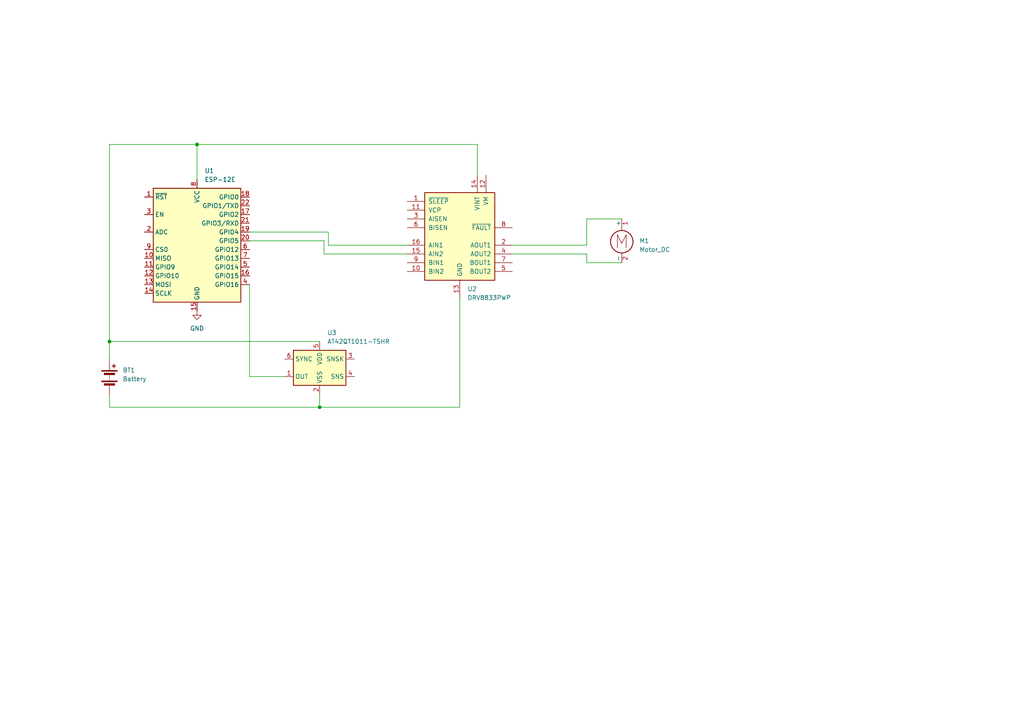
<source format=kicad_sch>
(kicad_sch
	(version 20231120)
	(generator "eeschema")
	(generator_version "8.0")
	(uuid "b69d3636-a641-44ba-8445-33127e590087")
	(paper "A4")
	(lib_symbols
		(symbol "Device:Battery"
			(pin_numbers hide)
			(pin_names
				(offset 0) hide)
			(exclude_from_sim no)
			(in_bom yes)
			(on_board yes)
			(property "Reference" "BT"
				(at 2.54 2.54 0)
				(effects
					(font
						(size 1.27 1.27)
					)
					(justify left)
				)
			)
			(property "Value" "Battery"
				(at 2.54 0 0)
				(effects
					(font
						(size 1.27 1.27)
					)
					(justify left)
				)
			)
			(property "Footprint" ""
				(at 0 1.524 90)
				(effects
					(font
						(size 1.27 1.27)
					)
					(hide yes)
				)
			)
			(property "Datasheet" "~"
				(at 0 1.524 90)
				(effects
					(font
						(size 1.27 1.27)
					)
					(hide yes)
				)
			)
			(property "Description" "Multiple-cell battery"
				(at 0 0 0)
				(effects
					(font
						(size 1.27 1.27)
					)
					(hide yes)
				)
			)
			(property "ki_keywords" "batt voltage-source cell"
				(at 0 0 0)
				(effects
					(font
						(size 1.27 1.27)
					)
					(hide yes)
				)
			)
			(symbol "Battery_0_1"
				(rectangle
					(start -2.286 -1.27)
					(end 2.286 -1.524)
					(stroke
						(width 0)
						(type default)
					)
					(fill
						(type outline)
					)
				)
				(rectangle
					(start -2.286 1.778)
					(end 2.286 1.524)
					(stroke
						(width 0)
						(type default)
					)
					(fill
						(type outline)
					)
				)
				(rectangle
					(start -1.524 -2.032)
					(end 1.524 -2.54)
					(stroke
						(width 0)
						(type default)
					)
					(fill
						(type outline)
					)
				)
				(rectangle
					(start -1.524 1.016)
					(end 1.524 0.508)
					(stroke
						(width 0)
						(type default)
					)
					(fill
						(type outline)
					)
				)
				(polyline
					(pts
						(xy 0 -1.016) (xy 0 -0.762)
					)
					(stroke
						(width 0)
						(type default)
					)
					(fill
						(type none)
					)
				)
				(polyline
					(pts
						(xy 0 -0.508) (xy 0 -0.254)
					)
					(stroke
						(width 0)
						(type default)
					)
					(fill
						(type none)
					)
				)
				(polyline
					(pts
						(xy 0 0) (xy 0 0.254)
					)
					(stroke
						(width 0)
						(type default)
					)
					(fill
						(type none)
					)
				)
				(polyline
					(pts
						(xy 0 1.778) (xy 0 2.54)
					)
					(stroke
						(width 0)
						(type default)
					)
					(fill
						(type none)
					)
				)
				(polyline
					(pts
						(xy 0.762 3.048) (xy 1.778 3.048)
					)
					(stroke
						(width 0.254)
						(type default)
					)
					(fill
						(type none)
					)
				)
				(polyline
					(pts
						(xy 1.27 3.556) (xy 1.27 2.54)
					)
					(stroke
						(width 0.254)
						(type default)
					)
					(fill
						(type none)
					)
				)
			)
			(symbol "Battery_1_1"
				(pin passive line
					(at 0 5.08 270)
					(length 2.54)
					(name "+"
						(effects
							(font
								(size 1.27 1.27)
							)
						)
					)
					(number "1"
						(effects
							(font
								(size 1.27 1.27)
							)
						)
					)
				)
				(pin passive line
					(at 0 -5.08 90)
					(length 2.54)
					(name "-"
						(effects
							(font
								(size 1.27 1.27)
							)
						)
					)
					(number "2"
						(effects
							(font
								(size 1.27 1.27)
							)
						)
					)
				)
			)
		)
		(symbol "Driver_Motor:DRV8833PWP"
			(pin_names
				(offset 1.016)
			)
			(exclude_from_sim no)
			(in_bom yes)
			(on_board yes)
			(property "Reference" "U"
				(at -3.81 16.51 0)
				(effects
					(font
						(size 1.27 1.27)
					)
				)
			)
			(property "Value" "DRV8833PWP"
				(at -3.81 13.97 0)
				(effects
					(font
						(size 1.27 1.27)
					)
				)
			)
			(property "Footprint" "Package_SO:HTSSOP-16-1EP_4.4x5mm_P0.65mm_EP3.4x5mm_Mask2.46x2.31mm_ThermalVias"
				(at 5.08 -15.24 0)
				(effects
					(font
						(size 1.27 1.27)
					)
					(justify left)
					(hide yes)
				)
			)
			(property "Datasheet" "http://www.ti.com/lit/ds/symlink/drv8833.pdf"
				(at 5.08 -17.78 0)
				(effects
					(font
						(size 1.27 1.27)
					)
					(justify left)
					(hide yes)
				)
			)
			(property "Description" "Dual H-Bridge Motor Driver, HTSSOP-16"
				(at 0 0 0)
				(effects
					(font
						(size 1.27 1.27)
					)
					(hide yes)
				)
			)
			(property "ki_keywords" "H-bridge motor driver"
				(at 0 0 0)
				(effects
					(font
						(size 1.27 1.27)
					)
					(hide yes)
				)
			)
			(property "ki_fp_filters" "HTSSOP-16-1EP*4.4x5mm*P0.65mm*"
				(at 0 0 0)
				(effects
					(font
						(size 1.27 1.27)
					)
					(hide yes)
				)
			)
			(symbol "DRV8833PWP_0_1"
				(rectangle
					(start -10.16 12.7)
					(end 10.16 -12.7)
					(stroke
						(width 0.254)
						(type default)
					)
					(fill
						(type background)
					)
				)
			)
			(symbol "DRV8833PWP_1_1"
				(pin input line
					(at -15.24 10.16 0)
					(length 5.08)
					(name "~{SLEEP}"
						(effects
							(font
								(size 1.27 1.27)
							)
						)
					)
					(number "1"
						(effects
							(font
								(size 1.27 1.27)
							)
						)
					)
				)
				(pin input line
					(at -15.24 -10.16 0)
					(length 5.08)
					(name "BIN2"
						(effects
							(font
								(size 1.27 1.27)
							)
						)
					)
					(number "10"
						(effects
							(font
								(size 1.27 1.27)
							)
						)
					)
				)
				(pin bidirectional line
					(at -15.24 7.62 0)
					(length 5.08)
					(name "VCP"
						(effects
							(font
								(size 1.27 1.27)
							)
						)
					)
					(number "11"
						(effects
							(font
								(size 1.27 1.27)
							)
						)
					)
				)
				(pin power_in line
					(at 7.62 17.78 270)
					(length 5.08)
					(name "VM"
						(effects
							(font
								(size 1.27 1.27)
							)
						)
					)
					(number "12"
						(effects
							(font
								(size 1.27 1.27)
							)
						)
					)
				)
				(pin power_in line
					(at 0 -17.78 90)
					(length 5.08)
					(name "GND"
						(effects
							(font
								(size 1.27 1.27)
							)
						)
					)
					(number "13"
						(effects
							(font
								(size 1.27 1.27)
							)
						)
					)
				)
				(pin power_in line
					(at 5.08 17.78 270)
					(length 5.08)
					(name "VINT"
						(effects
							(font
								(size 1.27 1.27)
							)
						)
					)
					(number "14"
						(effects
							(font
								(size 1.27 1.27)
							)
						)
					)
				)
				(pin input line
					(at -15.24 -5.08 0)
					(length 5.08)
					(name "AIN2"
						(effects
							(font
								(size 1.27 1.27)
							)
						)
					)
					(number "15"
						(effects
							(font
								(size 1.27 1.27)
							)
						)
					)
				)
				(pin input line
					(at -15.24 -2.54 0)
					(length 5.08)
					(name "AIN1"
						(effects
							(font
								(size 1.27 1.27)
							)
						)
					)
					(number "16"
						(effects
							(font
								(size 1.27 1.27)
							)
						)
					)
				)
				(pin passive line
					(at 0 -17.78 90)
					(length 5.08) hide
					(name "GND"
						(effects
							(font
								(size 1.27 1.27)
							)
						)
					)
					(number "17"
						(effects
							(font
								(size 1.27 1.27)
							)
						)
					)
				)
				(pin power_out line
					(at 15.24 -2.54 180)
					(length 5.08)
					(name "AOUT1"
						(effects
							(font
								(size 1.27 1.27)
							)
						)
					)
					(number "2"
						(effects
							(font
								(size 1.27 1.27)
							)
						)
					)
				)
				(pin bidirectional line
					(at -15.24 5.08 0)
					(length 5.08)
					(name "AISEN"
						(effects
							(font
								(size 1.27 1.27)
							)
						)
					)
					(number "3"
						(effects
							(font
								(size 1.27 1.27)
							)
						)
					)
				)
				(pin power_out line
					(at 15.24 -5.08 180)
					(length 5.08)
					(name "AOUT2"
						(effects
							(font
								(size 1.27 1.27)
							)
						)
					)
					(number "4"
						(effects
							(font
								(size 1.27 1.27)
							)
						)
					)
				)
				(pin power_out line
					(at 15.24 -10.16 180)
					(length 5.08)
					(name "BOUT2"
						(effects
							(font
								(size 1.27 1.27)
							)
						)
					)
					(number "5"
						(effects
							(font
								(size 1.27 1.27)
							)
						)
					)
				)
				(pin bidirectional line
					(at -15.24 2.54 0)
					(length 5.08)
					(name "BISEN"
						(effects
							(font
								(size 1.27 1.27)
							)
						)
					)
					(number "6"
						(effects
							(font
								(size 1.27 1.27)
							)
						)
					)
				)
				(pin power_out line
					(at 15.24 -7.62 180)
					(length 5.08)
					(name "BOUT1"
						(effects
							(font
								(size 1.27 1.27)
							)
						)
					)
					(number "7"
						(effects
							(font
								(size 1.27 1.27)
							)
						)
					)
				)
				(pin open_collector line
					(at 15.24 2.54 180)
					(length 5.08)
					(name "~{FAULT}"
						(effects
							(font
								(size 1.27 1.27)
							)
						)
					)
					(number "8"
						(effects
							(font
								(size 1.27 1.27)
							)
						)
					)
				)
				(pin input line
					(at -15.24 -7.62 0)
					(length 5.08)
					(name "BIN1"
						(effects
							(font
								(size 1.27 1.27)
							)
						)
					)
					(number "9"
						(effects
							(font
								(size 1.27 1.27)
							)
						)
					)
				)
			)
		)
		(symbol "Motor:Motor_DC"
			(pin_names
				(offset 0)
			)
			(exclude_from_sim no)
			(in_bom yes)
			(on_board yes)
			(property "Reference" "M"
				(at 2.54 2.54 0)
				(effects
					(font
						(size 1.27 1.27)
					)
					(justify left)
				)
			)
			(property "Value" "Motor_DC"
				(at 2.54 -5.08 0)
				(effects
					(font
						(size 1.27 1.27)
					)
					(justify left top)
				)
			)
			(property "Footprint" ""
				(at 0 -2.286 0)
				(effects
					(font
						(size 1.27 1.27)
					)
					(hide yes)
				)
			)
			(property "Datasheet" "~"
				(at 0 -2.286 0)
				(effects
					(font
						(size 1.27 1.27)
					)
					(hide yes)
				)
			)
			(property "Description" "DC Motor"
				(at 0 0 0)
				(effects
					(font
						(size 1.27 1.27)
					)
					(hide yes)
				)
			)
			(property "ki_keywords" "DC Motor"
				(at 0 0 0)
				(effects
					(font
						(size 1.27 1.27)
					)
					(hide yes)
				)
			)
			(property "ki_fp_filters" "PinHeader*P2.54mm* TerminalBlock*"
				(at 0 0 0)
				(effects
					(font
						(size 1.27 1.27)
					)
					(hide yes)
				)
			)
			(symbol "Motor_DC_0_0"
				(polyline
					(pts
						(xy -1.27 -3.302) (xy -1.27 0.508) (xy 0 -2.032) (xy 1.27 0.508) (xy 1.27 -3.302)
					)
					(stroke
						(width 0)
						(type default)
					)
					(fill
						(type none)
					)
				)
			)
			(symbol "Motor_DC_0_1"
				(circle
					(center 0 -1.524)
					(radius 3.2512)
					(stroke
						(width 0.254)
						(type default)
					)
					(fill
						(type none)
					)
				)
				(polyline
					(pts
						(xy 0 -7.62) (xy 0 -7.112)
					)
					(stroke
						(width 0)
						(type default)
					)
					(fill
						(type none)
					)
				)
				(polyline
					(pts
						(xy 0 -4.7752) (xy 0 -5.1816)
					)
					(stroke
						(width 0)
						(type default)
					)
					(fill
						(type none)
					)
				)
				(polyline
					(pts
						(xy 0 1.7272) (xy 0 2.0828)
					)
					(stroke
						(width 0)
						(type default)
					)
					(fill
						(type none)
					)
				)
				(polyline
					(pts
						(xy 0 2.032) (xy 0 2.54)
					)
					(stroke
						(width 0)
						(type default)
					)
					(fill
						(type none)
					)
				)
			)
			(symbol "Motor_DC_1_1"
				(pin passive line
					(at 0 5.08 270)
					(length 2.54)
					(name "+"
						(effects
							(font
								(size 1.27 1.27)
							)
						)
					)
					(number "1"
						(effects
							(font
								(size 1.27 1.27)
							)
						)
					)
				)
				(pin passive line
					(at 0 -7.62 90)
					(length 2.54)
					(name "-"
						(effects
							(font
								(size 1.27 1.27)
							)
						)
					)
					(number "2"
						(effects
							(font
								(size 1.27 1.27)
							)
						)
					)
				)
			)
		)
		(symbol "RF_Module:ESP-12E"
			(exclude_from_sim no)
			(in_bom yes)
			(on_board yes)
			(property "Reference" "U"
				(at -12.7 19.05 0)
				(effects
					(font
						(size 1.27 1.27)
					)
					(justify left)
				)
			)
			(property "Value" "ESP-12E"
				(at 12.7 19.05 0)
				(effects
					(font
						(size 1.27 1.27)
					)
					(justify right)
				)
			)
			(property "Footprint" "RF_Module:ESP-12E"
				(at 0 0 0)
				(effects
					(font
						(size 1.27 1.27)
					)
					(hide yes)
				)
			)
			(property "Datasheet" "http://wiki.ai-thinker.com/_media/esp8266/esp8266_series_modules_user_manual_v1.1.pdf"
				(at -8.89 2.54 0)
				(effects
					(font
						(size 1.27 1.27)
					)
					(hide yes)
				)
			)
			(property "Description" "802.11 b/g/n Wi-Fi Module"
				(at 0 0 0)
				(effects
					(font
						(size 1.27 1.27)
					)
					(hide yes)
				)
			)
			(property "ki_keywords" "802.11 Wi-Fi"
				(at 0 0 0)
				(effects
					(font
						(size 1.27 1.27)
					)
					(hide yes)
				)
			)
			(property "ki_fp_filters" "ESP?12*"
				(at 0 0 0)
				(effects
					(font
						(size 1.27 1.27)
					)
					(hide yes)
				)
			)
			(symbol "ESP-12E_0_1"
				(rectangle
					(start -12.7 17.78)
					(end 12.7 -15.24)
					(stroke
						(width 0.254)
						(type default)
					)
					(fill
						(type background)
					)
				)
			)
			(symbol "ESP-12E_1_1"
				(pin input line
					(at -15.24 15.24 0)
					(length 2.54)
					(name "~{RST}"
						(effects
							(font
								(size 1.27 1.27)
							)
						)
					)
					(number "1"
						(effects
							(font
								(size 1.27 1.27)
							)
						)
					)
				)
				(pin bidirectional line
					(at -15.24 -2.54 0)
					(length 2.54)
					(name "MISO"
						(effects
							(font
								(size 1.27 1.27)
							)
						)
					)
					(number "10"
						(effects
							(font
								(size 1.27 1.27)
							)
						)
					)
				)
				(pin bidirectional line
					(at -15.24 -5.08 0)
					(length 2.54)
					(name "GPIO9"
						(effects
							(font
								(size 1.27 1.27)
							)
						)
					)
					(number "11"
						(effects
							(font
								(size 1.27 1.27)
							)
						)
					)
				)
				(pin bidirectional line
					(at -15.24 -7.62 0)
					(length 2.54)
					(name "GPIO10"
						(effects
							(font
								(size 1.27 1.27)
							)
						)
					)
					(number "12"
						(effects
							(font
								(size 1.27 1.27)
							)
						)
					)
				)
				(pin bidirectional line
					(at -15.24 -10.16 0)
					(length 2.54)
					(name "MOSI"
						(effects
							(font
								(size 1.27 1.27)
							)
						)
					)
					(number "13"
						(effects
							(font
								(size 1.27 1.27)
							)
						)
					)
				)
				(pin bidirectional line
					(at -15.24 -12.7 0)
					(length 2.54)
					(name "SCLK"
						(effects
							(font
								(size 1.27 1.27)
							)
						)
					)
					(number "14"
						(effects
							(font
								(size 1.27 1.27)
							)
						)
					)
				)
				(pin power_in line
					(at 0 -17.78 90)
					(length 2.54)
					(name "GND"
						(effects
							(font
								(size 1.27 1.27)
							)
						)
					)
					(number "15"
						(effects
							(font
								(size 1.27 1.27)
							)
						)
					)
				)
				(pin bidirectional line
					(at 15.24 -7.62 180)
					(length 2.54)
					(name "GPIO15"
						(effects
							(font
								(size 1.27 1.27)
							)
						)
					)
					(number "16"
						(effects
							(font
								(size 1.27 1.27)
							)
						)
					)
				)
				(pin bidirectional line
					(at 15.24 10.16 180)
					(length 2.54)
					(name "GPIO2"
						(effects
							(font
								(size 1.27 1.27)
							)
						)
					)
					(number "17"
						(effects
							(font
								(size 1.27 1.27)
							)
						)
					)
				)
				(pin bidirectional line
					(at 15.24 15.24 180)
					(length 2.54)
					(name "GPIO0"
						(effects
							(font
								(size 1.27 1.27)
							)
						)
					)
					(number "18"
						(effects
							(font
								(size 1.27 1.27)
							)
						)
					)
				)
				(pin bidirectional line
					(at 15.24 5.08 180)
					(length 2.54)
					(name "GPIO4"
						(effects
							(font
								(size 1.27 1.27)
							)
						)
					)
					(number "19"
						(effects
							(font
								(size 1.27 1.27)
							)
						)
					)
				)
				(pin input line
					(at -15.24 5.08 0)
					(length 2.54)
					(name "ADC"
						(effects
							(font
								(size 1.27 1.27)
							)
						)
					)
					(number "2"
						(effects
							(font
								(size 1.27 1.27)
							)
						)
					)
				)
				(pin bidirectional line
					(at 15.24 2.54 180)
					(length 2.54)
					(name "GPIO5"
						(effects
							(font
								(size 1.27 1.27)
							)
						)
					)
					(number "20"
						(effects
							(font
								(size 1.27 1.27)
							)
						)
					)
				)
				(pin bidirectional line
					(at 15.24 7.62 180)
					(length 2.54)
					(name "GPIO3/RXD"
						(effects
							(font
								(size 1.27 1.27)
							)
						)
					)
					(number "21"
						(effects
							(font
								(size 1.27 1.27)
							)
						)
					)
				)
				(pin bidirectional line
					(at 15.24 12.7 180)
					(length 2.54)
					(name "GPIO1/TXD"
						(effects
							(font
								(size 1.27 1.27)
							)
						)
					)
					(number "22"
						(effects
							(font
								(size 1.27 1.27)
							)
						)
					)
				)
				(pin input line
					(at -15.24 10.16 0)
					(length 2.54)
					(name "EN"
						(effects
							(font
								(size 1.27 1.27)
							)
						)
					)
					(number "3"
						(effects
							(font
								(size 1.27 1.27)
							)
						)
					)
				)
				(pin bidirectional line
					(at 15.24 -10.16 180)
					(length 2.54)
					(name "GPIO16"
						(effects
							(font
								(size 1.27 1.27)
							)
						)
					)
					(number "4"
						(effects
							(font
								(size 1.27 1.27)
							)
						)
					)
				)
				(pin bidirectional line
					(at 15.24 -5.08 180)
					(length 2.54)
					(name "GPIO14"
						(effects
							(font
								(size 1.27 1.27)
							)
						)
					)
					(number "5"
						(effects
							(font
								(size 1.27 1.27)
							)
						)
					)
				)
				(pin bidirectional line
					(at 15.24 0 180)
					(length 2.54)
					(name "GPIO12"
						(effects
							(font
								(size 1.27 1.27)
							)
						)
					)
					(number "6"
						(effects
							(font
								(size 1.27 1.27)
							)
						)
					)
				)
				(pin bidirectional line
					(at 15.24 -2.54 180)
					(length 2.54)
					(name "GPIO13"
						(effects
							(font
								(size 1.27 1.27)
							)
						)
					)
					(number "7"
						(effects
							(font
								(size 1.27 1.27)
							)
						)
					)
				)
				(pin power_in line
					(at 0 20.32 270)
					(length 2.54)
					(name "VCC"
						(effects
							(font
								(size 1.27 1.27)
							)
						)
					)
					(number "8"
						(effects
							(font
								(size 1.27 1.27)
							)
						)
					)
				)
				(pin input line
					(at -15.24 0 0)
					(length 2.54)
					(name "CS0"
						(effects
							(font
								(size 1.27 1.27)
							)
						)
					)
					(number "9"
						(effects
							(font
								(size 1.27 1.27)
							)
						)
					)
				)
			)
		)
		(symbol "Sensor_Touch:AT42QT1011-TSHR"
			(exclude_from_sim no)
			(in_bom yes)
			(on_board yes)
			(property "Reference" "U"
				(at -2.54 8.255 0)
				(effects
					(font
						(size 1.27 1.27)
					)
					(justify right)
				)
			)
			(property "Value" "AT42QT1011-TSHR"
				(at -2.54 6.35 0)
				(effects
					(font
						(size 1.27 1.27)
					)
					(justify right)
				)
			)
			(property "Footprint" "Package_TO_SOT_SMD:SOT-23-6"
				(at 1.27 -6.35 0)
				(effects
					(font
						(size 1.27 1.27)
					)
					(justify left)
					(hide yes)
				)
			)
			(property "Datasheet" "http://ww1.microchip.com/downloads/en/DeviceDoc/40001947A.pdf"
				(at 6.858 13.97 0)
				(effects
					(font
						(size 1.27 1.27)
					)
					(hide yes)
				)
			)
			(property "Description" "Single-key Touch Sensor, SOT-23-6"
				(at 0 0 0)
				(effects
					(font
						(size 1.27 1.27)
					)
					(hide yes)
				)
			)
			(property "ki_keywords" "Touch QTouch Sensor Key"
				(at 0 0 0)
				(effects
					(font
						(size 1.27 1.27)
					)
					(hide yes)
				)
			)
			(property "ki_fp_filters" "SOT?23*"
				(at 0 0 0)
				(effects
					(font
						(size 1.27 1.27)
					)
					(hide yes)
				)
			)
			(symbol "AT42QT1011-TSHR_0_1"
				(rectangle
					(start -7.62 5.08)
					(end 7.62 -5.08)
					(stroke
						(width 0.254)
						(type default)
					)
					(fill
						(type background)
					)
				)
			)
			(symbol "AT42QT1011-TSHR_1_1"
				(pin output line
					(at -10.16 -2.54 0)
					(length 2.54)
					(name "OUT"
						(effects
							(font
								(size 1.27 1.27)
							)
						)
					)
					(number "1"
						(effects
							(font
								(size 1.27 1.27)
							)
						)
					)
				)
				(pin power_in line
					(at 0 -7.62 90)
					(length 2.54)
					(name "VSS"
						(effects
							(font
								(size 1.27 1.27)
							)
						)
					)
					(number "2"
						(effects
							(font
								(size 1.27 1.27)
							)
						)
					)
				)
				(pin passive line
					(at 10.16 2.54 180)
					(length 2.54)
					(name "SNSK"
						(effects
							(font
								(size 1.27 1.27)
							)
						)
					)
					(number "3"
						(effects
							(font
								(size 1.27 1.27)
							)
						)
					)
				)
				(pin passive line
					(at 10.16 -2.54 180)
					(length 2.54)
					(name "SNS"
						(effects
							(font
								(size 1.27 1.27)
							)
						)
					)
					(number "4"
						(effects
							(font
								(size 1.27 1.27)
							)
						)
					)
				)
				(pin power_in line
					(at 0 7.62 270)
					(length 2.54)
					(name "VDD"
						(effects
							(font
								(size 1.27 1.27)
							)
						)
					)
					(number "5"
						(effects
							(font
								(size 1.27 1.27)
							)
						)
					)
				)
				(pin input line
					(at -10.16 2.54 0)
					(length 2.54)
					(name "SYNC"
						(effects
							(font
								(size 1.27 1.27)
							)
						)
					)
					(number "6"
						(effects
							(font
								(size 1.27 1.27)
							)
						)
					)
				)
			)
		)
		(symbol "power:GND"
			(power)
			(pin_numbers hide)
			(pin_names
				(offset 0) hide)
			(exclude_from_sim no)
			(in_bom yes)
			(on_board yes)
			(property "Reference" "#PWR"
				(at 0 -6.35 0)
				(effects
					(font
						(size 1.27 1.27)
					)
					(hide yes)
				)
			)
			(property "Value" "GND"
				(at 0 -3.81 0)
				(effects
					(font
						(size 1.27 1.27)
					)
				)
			)
			(property "Footprint" ""
				(at 0 0 0)
				(effects
					(font
						(size 1.27 1.27)
					)
					(hide yes)
				)
			)
			(property "Datasheet" ""
				(at 0 0 0)
				(effects
					(font
						(size 1.27 1.27)
					)
					(hide yes)
				)
			)
			(property "Description" "Power symbol creates a global label with name \"GND\" , ground"
				(at 0 0 0)
				(effects
					(font
						(size 1.27 1.27)
					)
					(hide yes)
				)
			)
			(property "ki_keywords" "global power"
				(at 0 0 0)
				(effects
					(font
						(size 1.27 1.27)
					)
					(hide yes)
				)
			)
			(symbol "GND_0_1"
				(polyline
					(pts
						(xy 0 0) (xy 0 -1.27) (xy 1.27 -1.27) (xy 0 -2.54) (xy -1.27 -1.27) (xy 0 -1.27)
					)
					(stroke
						(width 0)
						(type default)
					)
					(fill
						(type none)
					)
				)
			)
			(symbol "GND_1_1"
				(pin power_in line
					(at 0 0 270)
					(length 0)
					(name "~"
						(effects
							(font
								(size 1.27 1.27)
							)
						)
					)
					(number "1"
						(effects
							(font
								(size 1.27 1.27)
							)
						)
					)
				)
			)
		)
	)
	(junction
		(at 92.71 118.11)
		(diameter 0)
		(color 0 0 0 0)
		(uuid "2f262546-6dad-4e5c-a2b2-b0e9372ad167")
	)
	(junction
		(at 57.15 41.91)
		(diameter 0)
		(color 0 0 0 0)
		(uuid "66826298-3a7c-455c-bb21-f8fb6c383393")
	)
	(junction
		(at 31.75 99.06)
		(diameter 0)
		(color 0 0 0 0)
		(uuid "b9c11a43-5fcb-4a11-96e6-24b4eabfbaf3")
	)
	(wire
		(pts
			(xy 93.98 73.66) (xy 118.11 73.66)
		)
		(stroke
			(width 0)
			(type default)
		)
		(uuid "03c7686a-7ff1-409b-81ef-555cd6e6c31a")
	)
	(wire
		(pts
			(xy 57.15 41.91) (xy 31.75 41.91)
		)
		(stroke
			(width 0)
			(type default)
		)
		(uuid "096ab085-2a2c-4672-96f7-7542622df899")
	)
	(wire
		(pts
			(xy 31.75 99.06) (xy 92.71 99.06)
		)
		(stroke
			(width 0)
			(type default)
		)
		(uuid "2110fc84-add0-424b-aaaf-7a6d8df2a157")
	)
	(wire
		(pts
			(xy 57.15 52.07) (xy 57.15 41.91)
		)
		(stroke
			(width 0)
			(type default)
		)
		(uuid "2eeddde4-ec40-4a1f-8359-095416bbec1b")
	)
	(wire
		(pts
			(xy 95.25 67.31) (xy 95.25 71.12)
		)
		(stroke
			(width 0)
			(type default)
		)
		(uuid "4d117996-fa77-4b52-a329-1fbd6ccb9607")
	)
	(wire
		(pts
			(xy 31.75 41.91) (xy 31.75 99.06)
		)
		(stroke
			(width 0)
			(type default)
		)
		(uuid "566238ec-c8dc-4dab-b55a-09e80ca4b544")
	)
	(wire
		(pts
			(xy 72.39 69.85) (xy 93.98 69.85)
		)
		(stroke
			(width 0)
			(type default)
		)
		(uuid "662b5b92-fb2d-4e55-80cc-dbed3bf0b397")
	)
	(wire
		(pts
			(xy 138.43 41.91) (xy 57.15 41.91)
		)
		(stroke
			(width 0)
			(type default)
		)
		(uuid "6cb57e54-8171-4f9d-b04a-fb5a3ca8af19")
	)
	(wire
		(pts
			(xy 170.18 73.66) (xy 148.59 73.66)
		)
		(stroke
			(width 0)
			(type default)
		)
		(uuid "7cf6892f-9d64-4a82-95de-0681e954179b")
	)
	(wire
		(pts
			(xy 31.75 99.06) (xy 31.75 104.14)
		)
		(stroke
			(width 0)
			(type default)
		)
		(uuid "7ebd6e36-83c1-4a30-b7f7-9638e1dfc6af")
	)
	(wire
		(pts
			(xy 72.39 109.22) (xy 82.55 109.22)
		)
		(stroke
			(width 0)
			(type default)
		)
		(uuid "7f2fe653-3072-4496-9159-4ad9d6e755ce")
	)
	(wire
		(pts
			(xy 138.43 50.8) (xy 138.43 41.91)
		)
		(stroke
			(width 0)
			(type default)
		)
		(uuid "8a8805f0-a102-423d-8d18-ccfa2b84fe2f")
	)
	(wire
		(pts
			(xy 170.18 71.12) (xy 170.18 63.5)
		)
		(stroke
			(width 0)
			(type default)
		)
		(uuid "9029e4a7-7e5b-4ebe-9739-275df6f918a4")
	)
	(wire
		(pts
			(xy 72.39 82.55) (xy 72.39 109.22)
		)
		(stroke
			(width 0)
			(type default)
		)
		(uuid "92e24429-1498-4666-ab4f-87ade812a998")
	)
	(wire
		(pts
			(xy 95.25 71.12) (xy 118.11 71.12)
		)
		(stroke
			(width 0)
			(type default)
		)
		(uuid "a23eb8ff-b329-4752-ba52-8d7e111c9f01")
	)
	(wire
		(pts
			(xy 170.18 63.5) (xy 180.34 63.5)
		)
		(stroke
			(width 0)
			(type default)
		)
		(uuid "a2cecc03-d1dd-4c30-979b-9d8b89282f4e")
	)
	(wire
		(pts
			(xy 31.75 118.11) (xy 92.71 118.11)
		)
		(stroke
			(width 0)
			(type default)
		)
		(uuid "a4debc2b-ecd3-4a45-9f59-4fae1a938e08")
	)
	(wire
		(pts
			(xy 92.71 114.3) (xy 92.71 118.11)
		)
		(stroke
			(width 0)
			(type default)
		)
		(uuid "b33e6b46-304f-4f23-a5d3-ebb01cfe55ab")
	)
	(wire
		(pts
			(xy 148.59 71.12) (xy 170.18 71.12)
		)
		(stroke
			(width 0)
			(type default)
		)
		(uuid "b5b36a82-7b8a-48b2-ae16-b3bb070a7725")
	)
	(wire
		(pts
			(xy 133.35 86.36) (xy 133.35 118.11)
		)
		(stroke
			(width 0)
			(type default)
		)
		(uuid "b9c72510-bc2d-472b-8853-3334d08b4681")
	)
	(wire
		(pts
			(xy 93.98 69.85) (xy 93.98 73.66)
		)
		(stroke
			(width 0)
			(type default)
		)
		(uuid "c9f841cc-83ee-4135-8780-9b96146187e3")
	)
	(wire
		(pts
			(xy 133.35 118.11) (xy 92.71 118.11)
		)
		(stroke
			(width 0)
			(type default)
		)
		(uuid "ca8a8208-998e-4965-9470-6362c58a0ae7")
	)
	(wire
		(pts
			(xy 31.75 114.3) (xy 31.75 118.11)
		)
		(stroke
			(width 0)
			(type default)
		)
		(uuid "d3de31fb-a554-48a8-9863-b963d3c410a0")
	)
	(wire
		(pts
			(xy 170.18 76.2) (xy 170.18 73.66)
		)
		(stroke
			(width 0)
			(type default)
		)
		(uuid "e243c743-5470-4f1e-8f55-8472fe9726e1")
	)
	(wire
		(pts
			(xy 180.34 76.2) (xy 170.18 76.2)
		)
		(stroke
			(width 0)
			(type default)
		)
		(uuid "e54052d5-f864-409a-bfe0-9b397d3dbb17")
	)
	(wire
		(pts
			(xy 72.39 67.31) (xy 95.25 67.31)
		)
		(stroke
			(width 0)
			(type default)
		)
		(uuid "f6af66c8-6ef2-4d99-896e-adb6fdb6eb6e")
	)
	(symbol
		(lib_id "Motor:Motor_DC")
		(at 180.34 68.58 0)
		(unit 1)
		(exclude_from_sim no)
		(in_bom yes)
		(on_board yes)
		(dnp no)
		(fields_autoplaced yes)
		(uuid "73d13c96-8063-495a-b4a4-5691006fbe28")
		(property "Reference" "M1"
			(at 185.42 69.8499 0)
			(effects
				(font
					(size 1.27 1.27)
				)
				(justify left)
			)
		)
		(property "Value" "Motor_DC"
			(at 185.42 72.3899 0)
			(effects
				(font
					(size 1.27 1.27)
				)
				(justify left)
			)
		)
		(property "Footprint" ""
			(at 180.34 70.866 0)
			(effects
				(font
					(size 1.27 1.27)
				)
				(hide yes)
			)
		)
		(property "Datasheet" "~"
			(at 180.34 70.866 0)
			(effects
				(font
					(size 1.27 1.27)
				)
				(hide yes)
			)
		)
		(property "Description" "DC Motor"
			(at 180.34 68.58 0)
			(effects
				(font
					(size 1.27 1.27)
				)
				(hide yes)
			)
		)
		(pin "1"
			(uuid "2ac6cff6-0696-4d56-b4e5-cf7c8870a048")
		)
		(pin "2"
			(uuid "4ab8e3f7-6b0c-497e-9aff-1888a0f89194")
		)
		(instances
			(project "Parkside ESP home"
				(path "/b69d3636-a641-44ba-8445-33127e590087"
					(reference "M1")
					(unit 1)
				)
			)
		)
	)
	(symbol
		(lib_id "Device:Battery")
		(at 31.75 109.22 0)
		(unit 1)
		(exclude_from_sim no)
		(in_bom yes)
		(on_board yes)
		(dnp no)
		(fields_autoplaced yes)
		(uuid "8bbccba3-1142-42d5-bd76-a7f0a9087241")
		(property "Reference" "BT1"
			(at 35.56 107.3784 0)
			(effects
				(font
					(size 1.27 1.27)
				)
				(justify left)
			)
		)
		(property "Value" "Battery"
			(at 35.56 109.9184 0)
			(effects
				(font
					(size 1.27 1.27)
				)
				(justify left)
			)
		)
		(property "Footprint" ""
			(at 31.75 107.696 90)
			(effects
				(font
					(size 1.27 1.27)
				)
				(hide yes)
			)
		)
		(property "Datasheet" "~"
			(at 31.75 107.696 90)
			(effects
				(font
					(size 1.27 1.27)
				)
				(hide yes)
			)
		)
		(property "Description" "Multiple-cell battery"
			(at 31.75 109.22 0)
			(effects
				(font
					(size 1.27 1.27)
				)
				(hide yes)
			)
		)
		(pin "1"
			(uuid "f78583de-31b9-40b6-b870-cb49d546fc36")
		)
		(pin "2"
			(uuid "e620c919-672a-4e3d-ab28-8fa2bfbe16df")
		)
		(instances
			(project "Parkside ESP home"
				(path "/b69d3636-a641-44ba-8445-33127e590087"
					(reference "BT1")
					(unit 1)
				)
			)
		)
	)
	(symbol
		(lib_id "power:GND")
		(at 57.15 90.17 0)
		(unit 1)
		(exclude_from_sim no)
		(in_bom yes)
		(on_board yes)
		(dnp no)
		(fields_autoplaced yes)
		(uuid "8bd65f18-662a-4991-abea-b5fa8662cec6")
		(property "Reference" "#PWR01"
			(at 57.15 96.52 0)
			(effects
				(font
					(size 1.27 1.27)
				)
				(hide yes)
			)
		)
		(property "Value" "GND"
			(at 57.15 95.25 0)
			(effects
				(font
					(size 1.27 1.27)
				)
			)
		)
		(property "Footprint" ""
			(at 57.15 90.17 0)
			(effects
				(font
					(size 1.27 1.27)
				)
				(hide yes)
			)
		)
		(property "Datasheet" ""
			(at 57.15 90.17 0)
			(effects
				(font
					(size 1.27 1.27)
				)
				(hide yes)
			)
		)
		(property "Description" "Power symbol creates a global label with name \"GND\" , ground"
			(at 57.15 90.17 0)
			(effects
				(font
					(size 1.27 1.27)
				)
				(hide yes)
			)
		)
		(pin "1"
			(uuid "071fd561-a750-4d07-aa97-3b2857797369")
		)
		(instances
			(project "Parkside ESP home"
				(path "/b69d3636-a641-44ba-8445-33127e590087"
					(reference "#PWR01")
					(unit 1)
				)
			)
		)
	)
	(symbol
		(lib_id "Driver_Motor:DRV8833PWP")
		(at 133.35 68.58 0)
		(unit 1)
		(exclude_from_sim no)
		(in_bom yes)
		(on_board yes)
		(dnp no)
		(fields_autoplaced yes)
		(uuid "a8dc5014-8843-4a53-9d72-b4be808f4299")
		(property "Reference" "U2"
			(at 135.5441 83.82 0)
			(effects
				(font
					(size 1.27 1.27)
				)
				(justify left)
			)
		)
		(property "Value" "DRV8833PWP"
			(at 135.5441 86.36 0)
			(effects
				(font
					(size 1.27 1.27)
				)
				(justify left)
			)
		)
		(property "Footprint" "Package_SO:HTSSOP-16-1EP_4.4x5mm_P0.65mm_EP3.4x5mm_Mask2.46x2.31mm_ThermalVias"
			(at 138.43 83.82 0)
			(effects
				(font
					(size 1.27 1.27)
				)
				(justify left)
				(hide yes)
			)
		)
		(property "Datasheet" "http://www.ti.com/lit/ds/symlink/drv8833.pdf"
			(at 138.43 86.36 0)
			(effects
				(font
					(size 1.27 1.27)
				)
				(justify left)
				(hide yes)
			)
		)
		(property "Description" "Dual H-Bridge Motor Driver, HTSSOP-16"
			(at 133.35 68.58 0)
			(effects
				(font
					(size 1.27 1.27)
				)
				(hide yes)
			)
		)
		(pin "1"
			(uuid "56e9ca84-406d-4c93-9b8e-39b67865c214")
		)
		(pin "10"
			(uuid "bedcaabf-6e5b-41df-a74d-2a0a420b127d")
		)
		(pin "14"
			(uuid "68167bd0-f13c-4e5e-8b94-69523c3cc050")
		)
		(pin "17"
			(uuid "1bf2d9a4-bb19-496e-ad8f-da290a53f60c")
		)
		(pin "4"
			(uuid "acf81716-f5db-4f31-b534-b7e188f399be")
		)
		(pin "15"
			(uuid "e1a0dcd7-7b4b-47c8-ba82-12faaaedd63f")
		)
		(pin "3"
			(uuid "a5be6f03-83ec-4c84-8b39-7f94f81150ae")
		)
		(pin "6"
			(uuid "94f1a14a-13f9-4dfa-9d87-71e1d78cdb5e")
		)
		(pin "7"
			(uuid "5f2a6f34-81f6-4830-9be8-9cf2e313239f")
		)
		(pin "8"
			(uuid "a2277b75-872f-40fa-bac4-4a65218fff5c")
		)
		(pin "9"
			(uuid "c7dfda3e-193e-4360-8cfa-097aa71c9fb9")
		)
		(pin "11"
			(uuid "4450a31e-3b79-4571-ab61-5885999f57be")
		)
		(pin "13"
			(uuid "120fee9a-b59d-4d03-bc42-07da7213a370")
		)
		(pin "16"
			(uuid "cadab9a7-b33e-4097-9764-28742872d83c")
		)
		(pin "12"
			(uuid "53ce262d-e7b7-4bd5-9dfa-76413833341d")
		)
		(pin "2"
			(uuid "5a016e10-d52d-4ead-8cce-df170edd4d57")
		)
		(pin "5"
			(uuid "9d290319-110d-4bd3-9430-1f98a2d13f3c")
		)
		(instances
			(project "Parkside ESP home"
				(path "/b69d3636-a641-44ba-8445-33127e590087"
					(reference "U2")
					(unit 1)
				)
			)
		)
	)
	(symbol
		(lib_id "Sensor_Touch:AT42QT1011-TSHR")
		(at 92.71 106.68 0)
		(unit 1)
		(exclude_from_sim no)
		(in_bom yes)
		(on_board yes)
		(dnp no)
		(fields_autoplaced yes)
		(uuid "c5ba78e0-4b11-41f2-b433-42ab6f97bca8")
		(property "Reference" "U3"
			(at 94.9041 96.52 0)
			(effects
				(font
					(size 1.27 1.27)
				)
				(justify left)
			)
		)
		(property "Value" "AT42QT1011-TSHR"
			(at 94.9041 99.06 0)
			(effects
				(font
					(size 1.27 1.27)
				)
				(justify left)
			)
		)
		(property "Footprint" "Package_TO_SOT_SMD:SOT-23-6"
			(at 93.98 113.03 0)
			(effects
				(font
					(size 1.27 1.27)
				)
				(justify left)
				(hide yes)
			)
		)
		(property "Datasheet" "http://ww1.microchip.com/downloads/en/DeviceDoc/40001947A.pdf"
			(at 99.568 92.71 0)
			(effects
				(font
					(size 1.27 1.27)
				)
				(hide yes)
			)
		)
		(property "Description" "Single-key Touch Sensor, SOT-23-6"
			(at 92.71 106.68 0)
			(effects
				(font
					(size 1.27 1.27)
				)
				(hide yes)
			)
		)
		(pin "6"
			(uuid "583e1642-20ff-4f9a-9729-dcc9b0f5eb4b")
		)
		(pin "2"
			(uuid "0fdf1589-fd25-40c7-8649-3f155f6ad5a7")
		)
		(pin "5"
			(uuid "af92434f-81ab-4e45-9b9d-2ccbeddb6bd2")
		)
		(pin "4"
			(uuid "a4a1a669-6a5a-4752-bbf7-8751669a3119")
		)
		(pin "1"
			(uuid "92eb62ca-2989-488b-8597-cc20820592a3")
		)
		(pin "3"
			(uuid "c159005f-1c2c-490b-8ee5-5eb4445e9e6e")
		)
		(instances
			(project "Parkside ESP home"
				(path "/b69d3636-a641-44ba-8445-33127e590087"
					(reference "U3")
					(unit 1)
				)
			)
		)
	)
	(symbol
		(lib_id "RF_Module:ESP-12E")
		(at 57.15 72.39 0)
		(unit 1)
		(exclude_from_sim no)
		(in_bom yes)
		(on_board yes)
		(dnp no)
		(fields_autoplaced yes)
		(uuid "d63bb846-0156-4bd3-878e-6b43e9598ddb")
		(property "Reference" "U1"
			(at 59.3441 49.53 0)
			(effects
				(font
					(size 1.27 1.27)
				)
				(justify left)
			)
		)
		(property "Value" "ESP-12E"
			(at 59.3441 52.07 0)
			(effects
				(font
					(size 1.27 1.27)
				)
				(justify left)
			)
		)
		(property "Footprint" "RF_Module:ESP-12E"
			(at 57.15 72.39 0)
			(effects
				(font
					(size 1.27 1.27)
				)
				(hide yes)
			)
		)
		(property "Datasheet" "http://wiki.ai-thinker.com/_media/esp8266/esp8266_series_modules_user_manual_v1.1.pdf"
			(at 48.26 69.85 0)
			(effects
				(font
					(size 1.27 1.27)
				)
				(hide yes)
			)
		)
		(property "Description" "802.11 b/g/n Wi-Fi Module"
			(at 57.15 72.39 0)
			(effects
				(font
					(size 1.27 1.27)
				)
				(hide yes)
			)
		)
		(pin "21"
			(uuid "4670aeab-40f0-4818-bce4-e7286f89793a")
		)
		(pin "12"
			(uuid "cac27a60-1d75-49a6-a305-a41da7b1fd87")
		)
		(pin "14"
			(uuid "ec78f29f-eeb2-4b40-950d-6fbc143ab5c1")
		)
		(pin "15"
			(uuid "ce0005ef-91ae-4821-8e35-6352fcf66a12")
		)
		(pin "7"
			(uuid "878f1a5b-e002-4d41-bf22-6c6ca5b555fd")
		)
		(pin "3"
			(uuid "fa469b3b-44f0-4eec-ada2-97c8bdef3b06")
		)
		(pin "22"
			(uuid "9ae7f47f-b46f-493d-9f54-ba841ff68e0e")
		)
		(pin "9"
			(uuid "051b222f-06d8-4876-be18-d60f1725d7a1")
		)
		(pin "10"
			(uuid "ee8307bc-7bec-4b80-b3b2-bb57d42a94fa")
		)
		(pin "18"
			(uuid "c93d8b48-a8e2-4c2a-b049-08a4ae067786")
		)
		(pin "11"
			(uuid "7e081cf0-3da6-40aa-9fb4-77afa12c5e09")
		)
		(pin "16"
			(uuid "c042a951-b72f-4cfc-904a-b0870c4ade66")
		)
		(pin "19"
			(uuid "6e311abc-b773-4652-be5f-d0412a54a345")
		)
		(pin "4"
			(uuid "8de8860e-ae4a-42dc-98ef-c5d075ac6256")
		)
		(pin "6"
			(uuid "12e3769f-964f-498b-8a4f-21629fd845d3")
		)
		(pin "17"
			(uuid "e54d25d4-51d6-4553-b166-8f722b1f0f08")
		)
		(pin "13"
			(uuid "7bb7816f-0b53-4da7-a6e5-972aa5664cfb")
		)
		(pin "20"
			(uuid "34c24462-b256-4578-a805-f3327289a35f")
		)
		(pin "1"
			(uuid "54ec1f3b-4e77-4b7f-ae9c-c5336db34df9")
		)
		(pin "5"
			(uuid "53f57cf9-6d36-46b3-a21d-61e44d05f8f7")
		)
		(pin "8"
			(uuid "13761fc4-4147-4857-9188-c41a637875c4")
		)
		(pin "2"
			(uuid "60111717-ff32-42a5-bd51-a9bb5231bed5")
		)
		(instances
			(project "Parkside ESP home"
				(path "/b69d3636-a641-44ba-8445-33127e590087"
					(reference "U1")
					(unit 1)
				)
			)
		)
	)
	(sheet_instances
		(path "/"
			(page "1")
		)
	)
)

</source>
